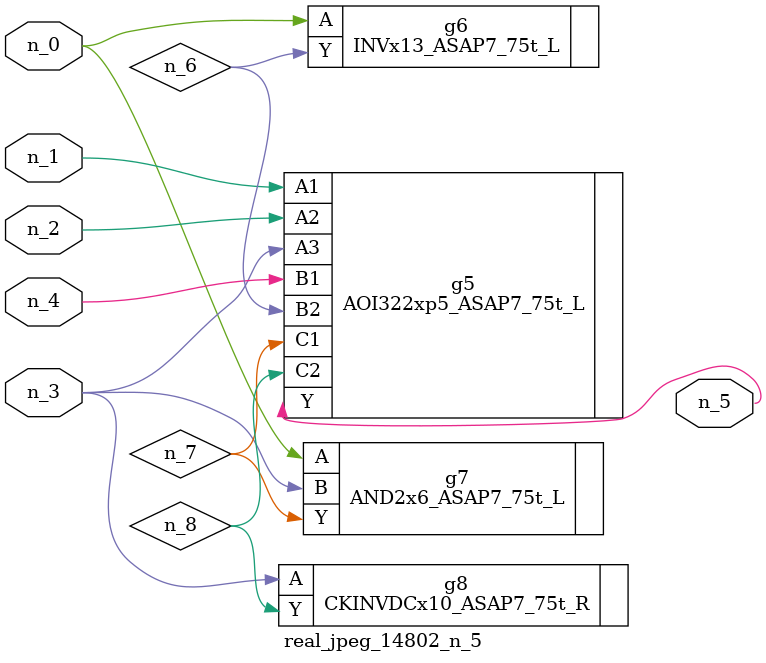
<source format=v>
module real_jpeg_14802_n_5 (n_4, n_0, n_1, n_2, n_3, n_5);

input n_4;
input n_0;
input n_1;
input n_2;
input n_3;

output n_5;

wire n_8;
wire n_6;
wire n_7;

INVx13_ASAP7_75t_L g6 ( 
.A(n_0),
.Y(n_6)
);

AND2x6_ASAP7_75t_L g7 ( 
.A(n_0),
.B(n_3),
.Y(n_7)
);

AOI322xp5_ASAP7_75t_L g5 ( 
.A1(n_1),
.A2(n_2),
.A3(n_3),
.B1(n_4),
.B2(n_6),
.C1(n_7),
.C2(n_8),
.Y(n_5)
);

CKINVDCx10_ASAP7_75t_R g8 ( 
.A(n_3),
.Y(n_8)
);


endmodule
</source>
